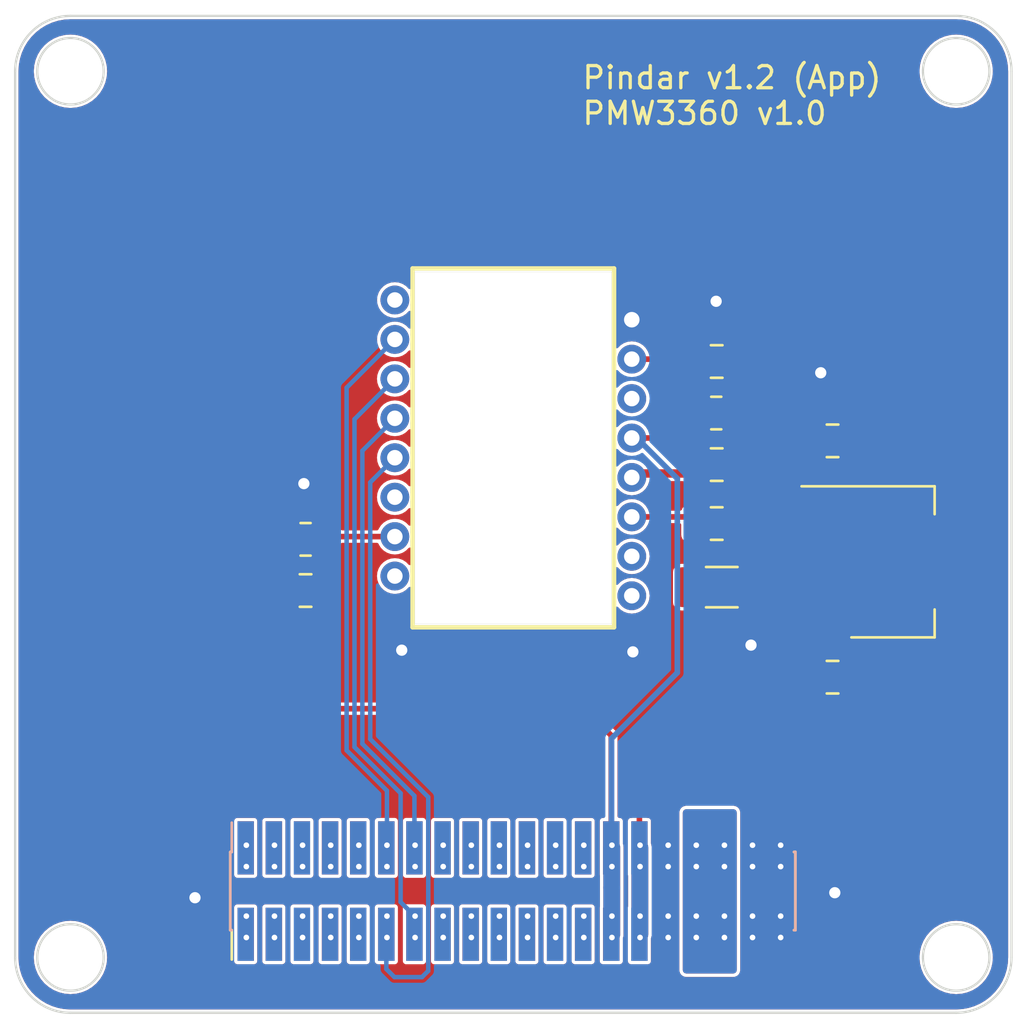
<source format=kicad_pcb>
(kicad_pcb (version 20221018) (generator pcbnew)
  (title_block (date "2023-06-14"))
  (layers (0 "F.Cu" signal) (31 "B.Cu" signal) (34 "B.Paste" user) (35 "F.Paste" user) (36 "B.SilkS" user "B.Silkscreen") (37 "F.SilkS" user "F.Silkscreen") (38 "B.Mask" user) (39 "F.Mask" user) (44 "Edge.Cuts" user))
  (net 0 "")
  (net 1 "+3.3V")
  (net 2 "+5V")
  (net 3 "/SPI_CS")
  (net 4 "/SPI_CLK")
  (net 5 "/SPI_MOSI")
  (net 6 "/SPI_MISO")
  (net 7 "/I2C_CLK")
  (net 8 "Net-(U1-~{RESET})")
  (net 9 "/UART1_Rx")
  (net 10 "/UART1_Tx")
  (net 11 "/UART2_Rx")
  (net 12 "/UART2_Tx")
  (net 13 "/GPIO_1")
  (net 14 "/GPIO_2")
  (net 15 "/GPIO_3")
  (net 16 "/ADC_1")
  (net 17 "/ADC_3")
  (net 18 "/ADC_4")
  (net 19 "/GPIO_4")
  (net 20 "/GPIO_5")
  (net 21 "/ADC_2")
  (net 22 "/I2C_SDA")
  (net 23 "/GPIO_6")
  (net 24 "/GPIO_7")
  (net 25 "/GPIO_8")
  (net 26 "/GPIO_9")
  (net 27 "/GPIO_10")
  (net 28 "GND")
  (net 29 "/+BATT")
  (net 30 "/GPIO_11")
  (net 31 "Net-(U1-VDDPIX)")
  (net 32 "+1V8")
  (net 33 "/LED")
  (net 34 "/GPIO_12")
  (footprint "Capacitor_SMD:C_0805_2012Metric" (layer "F.Cu") (at 87.637 62.5708)
    (fp_text reference "C5" hide)
    (fp_text value "0.1uF")
    (fp_line (start -0.261252 -0.735) (end 0.261252 -0.735) (stroke (width 0.12)) (layer "F.SilkS"))
    (fp_line (start -0.261252 0.735) (end 0.261252 0.735) (stroke (width 0.12)) (layer "F.SilkS"))
    (pad "1" smd roundrect (at -0.95 0) (size 1 1.45) (layers "F.Cu" "F.Paste" "F.Mask") (net 2 "+5V"))
    (pad "2" smd roundrect (at 0.95 0) (size 1 1.45) (layers "F.Cu" "F.Paste" "F.Mask") (net 28 "GND"))
  )
  (footprint "Capacitor_SMD:C_0805_2012Metric" (layer "F.Cu") (at 82.4046 48.3214 180)
    (fp_text reference "C2" hide)
    (fp_text value "0.1uF")
    (fp_line (start -0.261252 -0.735) (end 0.261252 -0.735) (stroke (width 0.12)) (layer "F.SilkS"))
    (fp_line (start -0.261252 0.735) (end 0.261252 0.735) (stroke (width 0.12)) (layer "F.SilkS"))
    (pad "1" smd roundrect (at -0.95 0 180) (size 1 1.45) (layers "F.Cu" "F.Paste" "F.Mask") (net 28 "GND"))
    (pad "2" smd roundrect (at 0.95 0 180) (size 1 1.45) (layers "F.Cu" "F.Paste" "F.Mask") (net 8 "Net-(U1-~{RESET})"))
  )
  (footprint "Capacitor_SMD:C_0805_2012Metric" (layer "F.Cu") (at 63.8372 58.6592)
    (fp_text reference "C4" hide)
    (fp_text value "0.1uF")
    (fp_line (start -0.261252 -0.735) (end 0.261252 -0.735) (stroke (width 0.12)) (layer "F.SilkS"))
    (fp_line (start -0.261252 0.735) (end 0.261252 0.735) (stroke (width 0.12)) (layer "F.SilkS"))
    (pad "1" smd roundrect (at -0.95 0) (size 1 1.45) (layers "F.Cu" "F.Paste" "F.Mask") (net 1 "+3.3V"))
    (pad "2" smd roundrect (at 0.95 0) (size 1 1.45) (layers "F.Cu" "F.Paste" "F.Mask") (net 28 "GND"))
  )
  (footprint "Capacitor_SMD:C_0805_2012Metric" (layer "F.Cu") (at 82.4046 52.975)
    (fp_text reference "C3" hide)
    (fp_text value "0.1uF")
    (fp_line (start -0.261252 -0.735) (end 0.261252 -0.735) (stroke (width 0.12)) (layer "F.SilkS"))
    (fp_line (start -0.261252 0.735) (end 0.261252 0.735) (stroke (width 0.12)) (layer "F.SilkS"))
    (pad "1" smd roundrect (at -0.95 0) (size 1 1.45) (layers "F.Cu" "F.Paste" "F.Mask") (net 32 "+1V8"))
    (pad "2" smd roundrect (at 0.95 0) (size 1 1.45) (layers "F.Cu" "F.Paste" "F.Mask") (net 28 "GND"))
  )
  (footprint "Capacitor_SMD:C_0805_2012Metric" (layer "F.Cu") (at 87.637 51.9028 180)
    (fp_text reference "C6" hide)
    (fp_text value "0.1uF")
    (fp_line (start -0.261252 -0.735) (end 0.261252 -0.735) (stroke (width 0.12)) (layer "F.SilkS"))
    (fp_line (start -0.261252 0.735) (end 0.261252 0.735) (stroke (width 0.12)) (layer "F.SilkS"))
    (pad "1" smd roundrect (at -0.95 0 180) (size 1 1.45) (layers "F.Cu" "F.Paste" "F.Mask") (net 32 "+1V8"))
    (pad "2" smd roundrect (at 0.95 0 180) (size 1 1.45) (layers "F.Cu" "F.Paste" "F.Mask") (net 28 "GND"))
  )
  (footprint "Capacitor_SMD:C_0805_2012Metric" (layer "F.Cu") (at 82.4046 55.6366)
    (fp_text reference "C1" hide)
    (fp_text value "0.1uF")
    (fp_line (start -0.261252 -0.735) (end 0.261252 -0.735) (stroke (width 0.12)) (layer "F.SilkS"))
    (fp_line (start -0.261252 0.735) (end 0.261252 0.735) (stroke (width 0.12)) (layer "F.SilkS"))
    (pad "1" smd roundrect (at -0.95 0) (size 1 1.45) (layers "F.Cu" "F.Paste" "F.Mask") (net 31 "Net-(U1-VDDPIX)"))
    (pad "2" smd roundrect (at 0.95 0) (size 1 1.45) (layers "F.Cu" "F.Paste" "F.Mask") (net 28 "GND"))
  )
  (footprint "Resistor_SMD:R_0805_2012Metric" (layer "F.Cu") (at 63.8391 56.3478)
    (fp_text reference "R3" hide)
    (fp_text value "10k")
    (fp_line (start -0.227064 -0.735) (end 0.227064 -0.735) (stroke (width 0.12)) (layer "F.SilkS"))
    (fp_line (start -0.227064 0.735) (end 0.227064 0.735) (stroke (width 0.12)) (layer "F.SilkS"))
    (pad "1" smd roundrect (at -0.9125 0) (size 1.025 1.4) (layers "F.Cu" "F.Paste" "F.Mask") (roundrect_rratio 0.243902439) (net 1 "+3.3V"))
    (pad "2" smd roundrect (at 0.9125 0) (size 1.025 1.4) (layers "F.Cu" "F.Paste" "F.Mask") (roundrect_rratio 0.243902439) (net 33 "/LED"))
  )
  (footprint "PMW3360:PMW3360DM" (layer "F.Cu") (at 73.22 52.22 180)
    (fp_text reference "U1" hide)
    (fp_text value "PMW3360DM-T2QU" hide)
    (fp_line (start -4.55 -8.1) (end -4.55 8.1) (stroke (width 0.2)) (layer "F.SilkS"))
    (fp_line (start -4.55 8.1) (end 4.55 8.1) (stroke (width 0.2)) (layer "F.SilkS"))
    (fp_line (start 4.55 -8.1) (end -4.55 -8.1) (stroke (width 0.2)) (layer "F.SilkS"))
    (fp_line (start 4.55 8.1) (end 4.55 -8.1) (stroke (width 0.2)) (layer "F.SilkS"))
    (fp_line (start -4.445 -7.9375) (end 4.445 -7.9375) (stroke (width 0.01)) (layer "Edge.Cuts"))
    (fp_line (start -4.445 7.9375) (end -4.445 -7.9375) (stroke (width 0.01)) (layer "Edge.Cuts"))
    (fp_line (start 4.445 -7.9375) (end 4.445 7.9375) (stroke (width 0.01)) (layer "Edge.Cuts"))
    (fp_line (start 4.445 7.9375) (end -4.445 7.9375) (stroke (width 0.01)) (layer "Edge.Cuts"))
    (pad "1" thru_hole circle (at -5.35 -6.675 180) (size 1.3 1.3) (drill 0.7) (layers "*.Cu" "*.Mask"))
    (pad "2" thru_hole circle (at -5.35 -4.895 180) (size 1.3 1.3) (drill 0.7) (layers "*.Cu" "*.Mask"))
    (pad "3" thru_hole circle (at -5.35 -3.115 180) (size 1.3 1.3) (drill 0.7) (layers "*.Cu" "*.Mask") (net 31 "Net-(U1-VDDPIX)"))
    (pad "4" thru_hole circle (at -5.35 -1.335 180) (size 1.3 1.3) (drill 0.7) (layers "*.Cu" "*.Mask") (net 32 "+1V8"))
    (pad "5" thru_hole circle (at -5.35 0.445 180) (size 1.3 1.3) (drill 0.7) (layers "*.Cu" "*.Mask") (net 1 "+3.3V"))
    (pad "6" thru_hole circle (at -5.35 2.225 180) (size 1.3 1.3) (drill 0.7) (layers "*.Cu" "*.Mask"))
    (pad "7" thru_hole circle (at -5.35 4.005 180) (size 1.3 1.3) (drill 0.7) (layers "*.Cu" "*.Mask") (net 8 "Net-(U1-~{RESET})"))
    (pad "8" thru_hole circle (at -5.35 5.785 180) (size 1.3 1.3) (drill 0.7) (layers "*.Cu" "*.Mask") (net 28 "GND"))
    (pad "9" thru_hole circle (at 5.35 6.675 180) (size 1.3 1.3) (drill 0.7) (layers "*.Cu" "*.Mask"))
    (pad "10" thru_hole circle (at 5.35 4.895 180) (size 1.3 1.3) (drill 0.7) (layers "*.Cu" "*.Mask") (net 4 "/SPI_CLK"))
    (pad "11" thru_hole circle (at 5.35 3.115 180) (size 1.3 1.3) (drill 0.7) (layers "*.Cu" "*.Mask") (net 5 "/SPI_MOSI"))
    (pad "12" thru_hole circle (at 5.35 1.335 180) (size 1.3 1.3) (drill 0.7) (layers "*.Cu" "*.Mask") (net 6 "/SPI_MISO"))
    (pad "13" thru_hole circle (at 5.35 -0.445 180) (size 1.3 1.3) (drill 0.7) (layers "*.Cu" "*.Mask") (net 3 "/SPI_CS"))
    (pad "14" thru_hole circle (at 5.35 -2.225 180) (size 1.3 1.3) (drill 0.7) (layers "*.Cu" "*.Mask"))
    (pad "15" thru_hole circle (at 5.35 -4.005 180) (size 1.3 1.3) (drill 0.7) (layers "*.Cu" "*.Mask") (net 33 "/LED"))
    (pad "16" thru_hole circle (at 5.35 -5.785 180) (size 1.3 1.3) (drill 0.7) (layers "*.Cu" "*.Mask"))
    (zone (net 0) (net_name "") (layer "F.Cu") (connect_pads (clearance 0)) (min_thickness 0.127)
      (keepout (tracks not_allowed) (vias not_allowed) (pads not_allowed) (copperpour not_allowed) (footprints allowed))
      (fill (thermal_gap 0.508) (thermal_bridge_width 0.508))
      (polygon (pts (xy 77.665 60.1575) (xy 68.775 60.1575) (xy 68.775 44.2825) (xy 77.665 44.2825)))
    )
    (zone (net 0) (net_name "") (layer "B.Cu") (connect_pads (clearance 0)) (min_thickness 0.127)
      (keepout (tracks not_allowed) (vias not_allowed) (pads not_allowed) (copperpour not_allowed) (footprints allowed))
      (fill (thermal_gap 0.508) (thermal_bridge_width 0.508))
      (polygon (pts (xy 77.665 60.1575) (xy 68.775 60.1575) (xy 68.775 44.2825) (xy 77.665 44.2825)))
    )
  )
  (footprint "Connector_PinHeader_1.27mm:PinHeader_2x20_P1.27mm_Vertical_SMD" (layer "F.Cu") (at 73.1996 72.2256 90)
    (fp_text reference "J1" hide)
    (fp_text value "TOP")
    (fp_line (start -3.09 -12.695) (end -1.765 -12.695) (stroke (width 0.12)) (layer "F.SilkS"))
    (fp_line (start -1.765 -12.76) (end -1.765 -12.695) (stroke (width 0.12)) (layer "F.SilkS"))
    (fp_line (start -1.765 -12.76) (end 1.765 -12.76) (stroke (width 0.12)) (layer "F.SilkS"))
    (fp_line (start -1.765 12.695) (end -1.765 12.76) (stroke (width 0.12)) (layer "F.SilkS"))
    (fp_line (start -1.765 12.76) (end 1.765 12.76) (stroke (width 0.12)) (layer "F.SilkS"))
    (fp_line (start 1.765 -12.76) (end 1.765 -12.695) (stroke (width 0.12)) (layer "F.SilkS"))
    (fp_line (start 1.765 12.695) (end 1.765 12.76) (stroke (width 0.12)) (layer "F.SilkS"))
    (pad "1" smd rect (at -1.95 -12.065 90) (size 2.4 0.74) (layers "F.Cu" "F.Paste" "F.Mask") (net 16 "/ADC_1"))
    (pad "2" smd rect (at 1.95 -12.065 90) (size 2.4 0.74) (layers "F.Cu" "F.Paste" "F.Mask") (net 21 "/ADC_2"))
    (pad "3" smd rect (at -1.95 -10.795 90) (size 2.4 0.74) (layers "F.Cu" "F.Paste" "F.Mask") (net 17 "/ADC_3"))
    (pad "4" smd rect (at 1.95 -10.795 90) (size 2.4 0.74) (layers "F.Cu" "F.Paste" "F.Mask") (net 18 "/ADC_4"))
    (pad "5" smd rect (at -1.95 -9.525 90) (size 2.4 0.74) (layers "F.Cu" "F.Paste" "F.Mask") (net 9 "/UART1_Rx"))
    (pad "6" smd rect (at 1.95 -9.525 90) (size 2.4 0.74) (layers "F.Cu" "F.Paste" "F.Mask") (net 10 "/UART1_Tx"))
    (pad "7" smd rect (at -1.95 -8.255 90) (size 2.4 0.74) (layers "F.Cu" "F.Paste" "F.Mask") (net 11 "/UART2_Rx"))
    (pad "8" smd rect (at 1.95 -8.255 90) (size 2.4 0.74) (layers "F.Cu" "F.Paste" "F.Mask") (net 12 "/UART2_Tx"))
    (pad "9" smd rect (at -1.95 -6.985 90) (size 2.4 0.74) (layers "F.Cu" "F.Paste" "F.Mask") (net 22 "/I2C_SDA"))
    (pad "10" smd rect (at 1.95 -6.985 90) (size 2.4 0.74) (layers "F.Cu" "F.Paste" "F.Mask") (net 7 "/I2C_CLK"))
    (pad "11" smd rect (at -1.95 -5.715 90) (size 2.4 0.74) (layers "F.Cu" "F.Paste" "F.Mask") (net 3 "/SPI_CS"))
    (pad "12" smd rect (at 1.95 -5.715 90) (size 2.4 0.74) (layers "F.Cu" "F.Paste" "F.Mask") (net 4 "/SPI_CLK"))
    (pad "13" smd rect (at -1.95 -4.445 90) (size 2.4 0.74) (layers "F.Cu" "F.Paste" "F.Mask") (net 5 "/SPI_MOSI"))
    (pad "14" smd rect (at 1.95 -4.445 90) (size 2.4 0.74) (layers "F.Cu" "F.Paste" "F.Mask") (net 6 "/SPI_MISO"))
    (pad "15" smd rect (at -1.95 -3.175 90) (size 2.4 0.74) (layers "F.Cu" "F.Paste" "F.Mask") (net 13 "/GPIO_1"))
    (pad "16" smd rect (at 1.95 -3.175 90) (size 2.4 0.74) (layers "F.Cu" "F.Paste" "F.Mask") (net 14 "/GPIO_2"))
    (pad "17" smd rect (at -1.95 -1.905 90) (size 2.4 0.74) (layers "F.Cu" "F.Paste" "F.Mask") (net 15 "/GPIO_3"))
    (pad "18" smd rect (at 1.95 -1.905 90) (size 2.4 0.74) (layers "F.Cu" "F.Paste" "F.Mask") (net 19 "/GPIO_4"))
    (pad "19" smd rect (at -1.95 -0.635 90) (size 2.4 0.74) (layers "F.Cu" "F.Paste" "F.Mask") (net 20 "/GPIO_5"))
    (pad "20" smd rect (at 1.95 -0.635 90) (size 2.4 0.74) (layers "F.Cu" "F.Paste" "F.Mask") (net 23 "/GPIO_6"))
    (pad "21" smd rect (at -1.95 0.635 90) (size 2.4 0.74) (layers "F.Cu" "F.Paste" "F.Mask") (net 24 "/GPIO_7"))
    (pad "22" smd rect (at 1.95 0.635 90) (size 2.4 0.74) (layers "F.Cu" "F.Paste" "F.Mask") (net 25 "/GPIO_8"))
    (pad "23" smd rect (at -1.95 1.905 90) (size 2.4 0.74) (layers "F.Cu" "F.Paste" "F.Mask") (net 26 "/GPIO_9"))
    (pad "24" smd rect (at 1.95 1.905 90) (size 2.4 0.74) (layers "F.Cu" "F.Paste" "F.Mask") (net 27 "/GPIO_10"))
    (pad "25" smd rect (at -1.95 3.175 90) (size 2.4 0.74) (layers "F.Cu" "F.Paste" "F.Mask") (net 30 "/GPIO_11"))
    (pad "26" smd rect (at 1.95 3.175 90) (size 2.4 0.74) (layers "F.Cu" "F.Paste" "F.Mask") (net 34 "/GPIO_12"))
    (pad "27" smd rect (at -1.95 4.445 90) (size 2.4 0.74) (layers "F.Cu" "F.Paste" "F.Mask") (net 1 "+3.3V"))
    (pad "28" smd rect (at 1.95 4.445 90) (size 2.4 0.74) (layers "F.Cu" "F.Paste" "F.Mask") (net 1 "+3.3V"))
    (pad "29" smd rect (at -1.95 5.715 90) (size 2.4 0.74) (layers "F.Cu" "F.Paste" "F.Mask") (net 2 "+5V"))
    (pad "30" smd rect (at 1.95 5.715 90) (size 2.4 0.74) (layers "F.Cu" "F.Paste" "F.Mask") (net 2 "+5V"))
    (pad "31" smd rect (at -1.95 6.985 90) (size 2.4 0.74) (layers "F.Cu" "F.Paste" "F.Mask") (net 28 "GND"))
    (pad "32" smd rect (at 1.95 6.985 90) (size 2.4 0.74) (layers "F.Cu" "F.Paste" "F.Mask") (net 28 "GND"))
    (pad "33" smd rect (at -1.95 8.255 90) (size 2.4 0.74) (layers "F.Cu" "F.Paste" "F.Mask") (net 29 "/+BATT"))
    (pad "34" smd rect (at 1.95 8.255 90) (size 2.4 0.74) (layers "F.Cu" "F.Paste" "F.Mask") (net 29 "/+BATT"))
    (pad "35" smd rect (at -1.95 9.525 90) (size 2.4 0.74) (layers "F.Cu" "F.Paste" "F.Mask") (net 29 "/+BATT"))
    (pad "36" smd rect (at 1.95 9.525 90) (size 2.4 0.74) (layers "F.Cu" "F.Paste" "F.Mask") (net 29 "/+BATT"))
    (pad "37" smd rect (at -1.95 10.795 90) (size 2.4 0.74) (layers "F.Cu" "F.Paste" "F.Mask") (net 28 "GND"))
    (pad "38" smd rect (at 1.95 10.795 90) (size 2.4 0.74) (layers "F.Cu" "F.Paste" "F.Mask") (net 28 "GND"))
    (pad "39" smd rect (at -1.95 12.065 90) (size 2.4 0.74) (layers "F.Cu" "F.Paste" "F.Mask") (net 28 "GND"))
    (pad "40" smd rect (at 1.95 12.065 90) (size 2.4 0.74) (layers "F.Cu" "F.Paste" "F.Mask") (net 28 "GND"))
  )
  (footprint "Resistor_SMD:R_0805_2012Metric" (layer "F.Cu") (at 82.3846 50.6482)
    (fp_text reference "R1" hide)
    (fp_text value "10k")
    (fp_line (start -0.227064 -0.735) (end 0.227064 -0.735) (stroke (width 0.12)) (layer "F.SilkS"))
    (fp_line (start -0.227064 0.735) (end 0.227064 0.735) (stroke (width 0.12)) (layer "F.SilkS"))
    (pad "1" smd roundrect (at -0.9125 0) (size 1.025 1.4) (layers "F.Cu" "F.Paste" "F.Mask") (roundrect_rratio 0.243902439) (net 8 "Net-(U1-~{RESET})"))
    (pad "2" smd roundrect (at 0.9125 0) (size 1.025 1.4) (layers "F.Cu" "F.Paste" "F.Mask") (roundrect_rratio 0.243902439) (net 1 "+3.3V"))
  )
  (footprint "Package_TO_SOT_SMD:SOT-223-3_TabPin2" (layer "F.Cu") (at 90.337 57.3638)
    (fp_text reference "U2" hide)
    (fp_text value "AMS1117-1.8")
    (fp_line (start -4.1 -3.41) (end 1.91 -3.41) (stroke (width 0.12)) (layer "F.SilkS"))
    (fp_line (start -1.85 3.41) (end 1.91 3.41) (stroke (width 0.12)) (layer "F.SilkS"))
    (fp_line (start 1.91 -3.41) (end 1.91 -2.15) (stroke (width 0.12)) (layer "F.SilkS"))
    (fp_line (start 1.91 3.41) (end 1.91 2.15) (stroke (width 0.12)) (layer "F.SilkS"))
    (pad "1" smd rect (at -3.15 -2.3) (size 2 1.5) (layers "F.Cu" "F.Paste" "F.Mask") (net 28 "GND"))
    (pad "2" smd rect (at -3.15 0) (size 2 1.5) (layers "F.Cu" "F.Paste" "F.Mask") (net 32 "+1V8"))
    (pad "2" smd rect (at 3.15 0) (size 2 3.8) (layers "F.Cu" "F.Paste" "F.Mask") (net 32 "+1V8"))
    (pad "3" smd rect (at -3.15 2.3) (size 2 1.5) (layers "F.Cu" "F.Paste" "F.Mask") (net 2 "+5V"))
  )
  (footprint "Capacitor_SMD:C_1206_3216Metric" (layer "F.Cu") (at 82.635 58.5068)
    (fp_text reference "C7" hide)
    (fp_text value "4.7uF")
    (fp_line (start -0.711252 -0.91) (end 0.711252 -0.91) (stroke (width 0.12)) (layer "F.SilkS"))
    (fp_line (start -0.711252 0.91) (end 0.711252 0.91) (stroke (width 0.12)) (layer "F.SilkS"))
    (pad "1" smd roundrect (at -1.475 0) (size 1.15 1.8) (layers "F.Cu" "F.Paste" "F.Mask") (roundrect_rratio 0.2173913043) (net 31 "Net-(U1-VDDPIX)"))
    (pad "2" smd roundrect (at 1.475 0) (size 1.15 1.8) (layers "F.Cu" "F.Paste" "F.Mask") (roundrect_rratio 0.2173913043) (net 28 "GND"))
  )
  (footprint "Connector_PinHeader_1.27mm:PinHeader_2x20_P1.27mm_Vertical_SMD" (layer "B.Cu") (at 73.1996 72.2256 -90)
    (fp_text reference "J2" hide)
    (fp_text value "BUTTOM")
    (fp_line (start -3.09 12.695) (end -1.765 12.695) (stroke (width 0.12)) (layer "B.SilkS"))
    (fp_line (start -1.765 -12.76) (end 1.765 -12.76) (stroke (width 0.12)) (layer "B.SilkS"))
    (fp_line (start -1.765 -12.695) (end -1.765 -12.76) (stroke (width 0.12)) (layer "B.SilkS"))
    (fp_line (start -1.765 12.76) (end -1.765 12.695) (stroke (width 0.12)) (layer "B.SilkS"))
    (fp_line (start -1.765 12.76) (end 1.765 12.76) (stroke (width 0.12)) (layer "B.SilkS"))
    (fp_line (start 1.765 -12.695) (end 1.765 -12.76) (stroke (width 0.12)) (layer "B.SilkS"))
    (fp_line (start 1.765 12.76) (end 1.765 12.695) (stroke (width 0.12)) (layer "B.SilkS"))
    (pad "1" smd rect (at -1.95 12.065 270) (size 2.4 0.74) (layers "B.Cu" "B.Paste" "B.Mask") (net 21 "/ADC_2"))
    (pad "2" smd rect (at 1.95 12.065 270) (size 2.4 0.74) (layers "B.Cu" "B.Paste" "B.Mask") (net 16 "/ADC_1"))
    (pad "3" smd rect (at -1.95 10.795 270) (size 2.4 0.74) (layers "B.Cu" "B.Paste" "B.Mask") (net 18 "/ADC_4"))
    (pad "4" smd rect (at 1.95 10.795 270) (size 2.4 0.74) (layers "B.Cu" "B.Paste" "B.Mask") (net 17 "/ADC_3"))
    (pad "5" smd rect (at -1.95 9.525 270) (size 2.4 0.74) (layers "B.Cu" "B.Paste" "B.Mask") (net 10 "/UART1_Tx"))
    (pad "6" smd rect (at 1.95 9.525 270) (size 2.4 0.74) (layers "B.Cu" "B.Paste" "B.Mask") (net 9 "/UART1_Rx"))
    (pad "7" smd rect (at -1.95 8.255 270) (size 2.4 0.74) (layers "B.Cu" "B.Paste" "B.Mask") (net 12 "/UART2_Tx"))
    (pad "8" smd rect (at 1.95 8.255 270) (size 2.4 0.74) (layers "B.Cu" "B.Paste" "B.Mask") (net 11 "/UART2_Rx"))
    (pad "9" smd rect (at -1.95 6.985 270) (size 2.4 0.74) (layers "B.Cu" "B.Paste" "B.Mask") (net 7 "/I2C_CLK"))
    (pad "10" smd rect (at 1.95 6.985 270) (size 2.4 0.74) (layers "B.Cu" "B.Paste" "B.Mask") (net 22 "/I2C_SDA"))
    (pad "11" smd rect (at -1.95 5.715 270) (size 2.4 0.74) (layers "B.Cu" "B.Paste" "B.Mask") (net 4 "/SPI_CLK"))
    (pad "12" smd rect (at 1.95 5.715 270) (size 2.4 0.74) (layers "B.Cu" "B.Paste" "B.Mask") (net 3 "/SPI_CS"))
    (pad "13" smd rect (at -1.95 4.445 270) (size 2.4 0.74) (layers "B.Cu" "B.Paste" "B.Mask") (net 6 "/SPI_MISO"))
    (pad "14" smd rect (at 1.95 4.445 270) (size 2.4 0.74) (layers "B.Cu" "B.Paste" "B.Mask") (net 5 "/SPI_MOSI"))
    (pad "15" smd rect (at -1.95 3.175 270) (size 2.4 0.74) (layers "B.Cu" "B.Paste" "B.Mask") (net 14 "/GPIO_2"))
    (pad "16" smd rect (at 1.95 3.175 270) (size 2.4 0.74) (layers "B.Cu" "B.Paste" "B.Mask") (net 13 "/GPIO_1"))
    (pad "17" smd rect (at -1.95 1.905 270) (size 2.4 0.74) (layers "B.Cu" "B.Paste" "B.Mask") (net 19 "/GPIO_4"))
    (pad "18" smd rect (at 1.95 1.905 270) (size 2.4 0.74) (layers "B.Cu" "B.Paste" "B.Mask") (net 15 "/GPIO_3"))
    (pad "19" smd rect (at -1.95 0.635 270) (size 2.4 0.74) (layers "B.Cu" "B.Paste" "B.Mask") (net 23 "/GPIO_6"))
    (pad "20" smd rect (at 1.95 0.635 270) (size 2.4 0.74) (layers "B.Cu" "B.Paste" "B.Mask") (net 20 "/GPIO_5"))
    (pad "21" smd rect (at -1.95 -0.635 270) (size 2.4 0.74) (layers "B.Cu" "B.Paste" "B.Mask") (net 25 "/GPIO_8"))
    (pad "22" smd rect (at 1.95 -0.635 270) (size 2.4 0.74) (layers "B.Cu" "B.Paste" "B.Mask") (net 24 "/GPIO_7"))
    (pad "23" smd rect (at -1.95 -1.905 270) (size 2.4 0.74) (layers "B.Cu" "B.Paste" "B.Mask") (net 27 "/GPIO_10"))
    (pad "24" smd rect (at 1.95 -1.905 270) (size 2.4 0.74) (layers "B.Cu" "B.Paste" "B.Mask") (net 26 "/GPIO_9"))
    (pad "25" smd rect (at -1.95 -3.175 270) (size 2.4 0.74) (layers "B.Cu" "B.Paste" "B.Mask") (net 34 "/GPIO_12"))
    (pad "26" smd rect (at 1.95 -3.175 270) (size 2.4 0.74) (layers "B.Cu" "B.Paste" "B.Mask") (net 30 "/GPIO_11"))
    (pad "27" smd rect (at -1.95 -4.445 270) (size 2.4 0.74) (layers "B.Cu" "B.Paste" "B.Mask") (net 1 "+3.3V"))
    (pad "28" smd rect (at 1.95 -4.445 270) (size 2.4 0.74) (layers "B.Cu" "B.Paste" "B.Mask") (net 1 "+3.3V"))
    (pad "29" smd rect (at -1.95 -5.715 270) (size 2.4 0.74) (layers "B.Cu" "B.Paste" "B.Mask") (net 2 "+5V"))
    (pad "30" smd rect (at 1.95 -5.715 270) (size 2.4 0.74) (layers "B.Cu" "B.Paste" "B.Mask") (net 2 "+5V"))
    (pad "31" smd rect (at -1.95 -6.985 270) (size 2.4 0.74) (layers "B.Cu" "B.Paste" "B.Mask") (net 28 "GND"))
    (pad "32" smd rect (at 1.95 -6.985 270) (size 2.4 0.74) (layers "B.Cu" "B.Paste" "B.Mask") (net 28 "GND"))
    (pad "33" smd rect (at -1.95 -8.255 270) (size 2.4 0.74) (layers "B.Cu" "B.Paste" "B.Mask") (net 29 "/+BATT"))
    (pad "34" smd rect (at 1.95 -8.255 270) (size 2.4 0.74) (layers "B.Cu" "B.Paste" "B.Mask") (net 29 "/+BATT"))
    (pad "35" smd rect (at -1.95 -9.525 270) (size 2.4 0.74) (layers "B.Cu" "B.Paste" "B.Mask") (net 29 "/+BATT"))
    (pad "36" smd rect (at 1.95 -9.525 270) (size 2.4 0.74) (layers "B.Cu" "B.Paste" "B.Mask") (net 29 "/+BATT"))
    (pad "37" smd rect (at -1.95 -10.795 270) (size 2.4 0.74) (layers "B.Cu" "B.Paste" "B.Mask") (net 28 "GND"))
    (pad "38" smd rect (at 1.95 -10.795 270) (size 2.4 0.74) (layers "B.Cu" "B.Paste" "B.Mask") (net 28 "GND"))
    (pad "39" smd rect (at -1.95 -12.065 270) (size 2.4 0.74) (layers "B.Cu" "B.Paste" "B.Mask") (net 28 "GND"))
    (pad "40" smd rect (at 1.95 -12.065 270) (size 2.4 0.74) (layers "B.Cu" "B.Paste" "B.Mask") (net 28 "GND"))
  )
  (gr_line locked (start 95.72 75.22) (end 95.72 35.22) (stroke (width 0.1)) (layer "Edge.Cuts"))
  (gr_arc locked (start 50.72 35.22) (mid 51.452233 33.452233) (end 53.22 32.72) (stroke (width 0.1)) (layer "Edge.Cuts"))
  (gr_circle locked (center 93.22 75.22) (end 91.72 75.22) (stroke (width 0.1)) (fill none) (layer "Edge.Cuts"))
  (gr_circle locked (center 53.22 35.22) (end 54.72 35.22) (stroke (width 0.1)) (fill none) (layer "Edge.Cuts"))
  (gr_line locked (start 93.22 32.72) (end 53.22 32.72) (stroke (width 0.1)) (layer "Edge.Cuts"))
  (gr_arc locked (start 93.22 32.72) (mid 94.987767 33.452233) (end 95.72 35.22) (stroke (width 0.1)) (layer "Edge.Cuts"))
  (gr_arc locked (start 95.72 75.22) (mid 94.987767 76.987767) (end 93.22 77.72) (stroke (width 0.1)) (layer "Edge.Cuts"))
  (gr_circle locked (center 93.22 35.22) (end 93.22 36.72) (stroke (width 0.1)) (fill none) (layer "Edge.Cuts"))
  (gr_line locked (start 53.22 77.72) (end 93.22 77.72) (stroke (width 0.1)) (layer "Edge.Cuts"))
  (gr_arc locked (start 53.22 77.72) (mid 51.452233 76.987767) (end 50.72 75.22) (stroke (width 0.1)) (layer "Edge.Cuts"))
  (gr_circle locked (center 53.22 75.22) (end 53.22 73.72) (stroke (width 0.1)) (fill none) (layer "Edge.Cuts"))
  (gr_line locked (start 50.72 35.22) (end 50.72 75.22) (stroke (width 0.1)) (layer "Edge.Cuts"))
  (gr_text "Pindar v1.2 (App)\nPMW3360 v1.0" (at 76.2578 37.7042) (layer "F.SilkS") (effects (font (size 1 1)) (justify left bottom)))
  (segment (start 77.6446 65.2022) (end 77.6446 70.2756) (width 0.254) (layer "F.Cu") (net 1))
  (segment (start 83.2971 51.1627) (end 82.6848 51.775) (width 0.254) (layer "F.Cu") (net 1))
  (segment (start 62.8872 58.6592) (end 62.8872 56.3872) (width 0.381) (layer "F.Cu") (net 1))
  (segment (start 62.8872 58.6592) (end 62.8872 61.7986) (width 0.254) (layer "F.Cu") (net 1))
  (segment (start 76.4356 63.9932) (end 77.6446 65.2022) (width 0.254) (layer "F.Cu") (net 1))
  (segment (start 82.6848 51.775) (end 78.57 51.775) (width 0.254) (layer "F.Cu") (net 1))
  (segment (start 83.2971 50.6482) (end 83.2971 51.1627) (width 0.254) (layer "F.Cu") (net 1))
  (segment (start 62.8872 61.7986) (end 65.0818 63.9932) (width 0.254) (layer "F.Cu") (net 1))
  (segment (start 65.0818 63.9932) (end 76.4356 63.9932) (width 0.254) (layer "F.Cu") (net 1))
  (segment (start 77.665 70.27) (end 77.665 74.17) (width 0.762) (layer "F.Cu") (net 1))
  (via (at 77.6732 74.3204) (size 0.508) (drill 0.254) (layers "F.Cu" "B.Cu") (net 1))
  (via (at 77.6732 71.12) (size 0.508) (drill 0.254) (layers "F.Cu" "B.Cu") (net 1))
  (via (at 77.6732 73.3552) (size 0.508) (drill 0.254) (layers "F.Cu" "B.Cu") (net 1))
  (via (at 77.6732 70.1548) (size 0.508) (drill 0.254) (layers "F.Cu" "B.Cu") (net 1))
  (segment (start 80.6266 62.3676) (end 77.6548 65.3394) (width 0.254) (layer "B.Cu") (net 1))
  (segment (start 78.797 51.775) (end 80.6266 53.6046) (width 0.254) (layer "B.Cu") (net 1))
  (segment (start 77.665 70.27) (end 77.665 72.0704) (width 0.762) (layer "B.Cu") (net 1))
  (segment (start 77.665 72.0704) (end 77.665 74.17) (width 0.762) (layer "B.Cu") (net 1))
  (segment (start 78.57 51.775) (end 78.797 51.775) (width 0.254) (layer "B.Cu") (net 1))
  (segment (start 77.6548 72.0602) (end 77.665 72.0704) (width 0.254) (layer "B.Cu") (net 1))
  (segment (start 80.6266 53.6046) (end 80.6266 62.3676) (width 0.254) (layer "B.Cu") (net 1))
  (segment (start 77.6548 65.3394) (end 77.6548 72.0602) (width 0.254) (layer "B.Cu") (net 1))
  (segment (start 86.621 62.5048) (end 86.687 62.5708) (width 0.254) (layer "F.Cu") (net 2))
  (segment (start 78.935 70.27) (end 78.935 74.17) (width 0.762) (layer "F.Cu") (net 2))
  (segment (start 78.9146 70.2756) (end 78.9146 67.5848) (width 0.254) (layer "F.Cu") (net 2))
  (segment (start 83.9286 62.5708) (end 86.687 62.5708) (width 0.254) (layer "F.Cu") (net 2))
  (segment (start 78.9146 67.5848) (end 83.9286 62.5708) (width 0.254) (layer "F.Cu") (net 2))
  (segment (start 86.621 60.2298) (end 86.621 62.5048) (width 0.254) (layer "F.Cu") (net 2))
  (segment (start 87.187 59.6638) (end 86.621 60.2298) (width 0.254) (layer "F.Cu") (net 2))
  (via (at 78.9432 73.3552) (size 0.508) (drill 0.254) (layers "F.Cu" "B.Cu") (net 2))
  (via (at 78.9432 71.12) (size 0.508) (drill 0.254) (layers "F.Cu" "B.Cu") (net 2))
  (via (at 78.9432 70.1548) (size 0.508) (drill 0.254) (layers "F.Cu" "B.Cu") (net 2))
  (via (at 78.9432 74.3204) (size 0.508) (drill 0.254) (layers "F.Cu" "B.Cu") (net 2))
  (segment (start 78.935 70.27) (end 78.935 74.17) (width 0.762) (layer "B.Cu") (net 2))
  (via (at 67.5132 74.3204) (size 0.508) (drill 0.254) (layers "F.Cu" "B.Cu") (net 3))
  (via (at 67.5132 73.3552) (size 0.508) (drill 0.254) (layers "F.Cu" "B.Cu") (net 3))
  (segment (start 69.3786 67.9852) (end 66.7582 65.3648) (width 0.2032) (layer "B.Cu") (net 3))
  (segment (start 67.4846 74.1756) (end 67.4846 75.7432) (width 0.2032) (layer "B.Cu") (net 3))
  (segment (start 67.8504 76.109) (end 69.095 76.109) (width 0.2032) (layer "B.Cu") (net 3))
  (segment (start 66.7582 65.3648) (end 66.7582 53.7768) (width 0.2032) (layer "B.Cu") (net 3))
  (segment (start 69.3786 75.8254) (end 69.3786 67.9852) (width 0.2032) (layer "B.Cu") (net 3))
  (segment (start 69.095 76.109) (end 69.3786 75.8254) (width 0.2032) (layer "B.Cu") (net 3))
  (segment (start 67.4846 75.7432) (end 67.8504 76.109) (width 0.2032) (layer "B.Cu") (net 3))
  (segment (start 66.7582 53.7768) (end 67.87 52.665) (width 0.2032) (layer "B.Cu") (net 3))
  (via (at 67.5132 71.12) (size 0.508) (drill 0.254) (layers "F.Cu" "B.Cu") (net 4))
  (via (at 67.5132 70.1548) (size 0.508) (drill 0.254) (layers "F.Cu" "B.Cu") (net 4))
  (segment (start 65.6914 49.5036) (end 65.6914 65.8728) (width 0.2032) (layer "B.Cu") (net 4))
  (segment (start 67.87 47.325) (end 65.6914 49.5036) (width 0.2032) (layer "B.Cu") (net 4))
  (segment (start 65.6914 65.8728) (end 67.5132 67.6946) (width 0.2032) (layer "B.Cu") (net 4))
  (segment (start 67.5132 67.6946) (end 67.5132 70.1548) (width 0.2032) (layer "B.Cu") (net 4))
  (via (at 68.7832 73.3552) (size 0.508) (drill 0.254) (layers "F.Cu" "B.Cu") (net 5))
  (via (at 68.7832 74.3204) (size 0.508) (drill 0.254) (layers "F.Cu" "B.Cu") (net 5))
  (segment (start 67.87 49.105) (end 66.047 50.928) (width 0.2032) (layer "B.Cu") (net 5))
  (segment (start 68.7546 73.3456) (end 68.7546 74.1756) (width 0.2032) (layer "B.Cu") (net 5))
  (segment (start 66.047 65.725506) (end 68.1306 67.809106) (width 0.2032) (layer "B.Cu") (net 5))
  (segment (start 68.1306 72.7216) (end 68.7546 73.3456) (width 0.2032) (layer "B.Cu") (net 5))
  (segment (start 68.1306 67.809106) (end 68.1306 72.7216) (width 0.2032) (layer "B.Cu") (net 5))
  (segment (start 66.047 50.928) (end 66.047 65.725506) (width 0.2032) (layer "B.Cu") (net 5))
  (via (at 68.7832 71.12) (size 0.508) (drill 0.254) (layers "F.Cu" "B.Cu") (net 6))
  (via (at 68.7832 70.1548) (size 0.508) (drill 0.254) (layers "F.Cu" "B.Cu") (net 6))
  (segment (start 66.4026 52.3524) (end 66.4026 65.578212) (width 0.2032) (layer "B.Cu") (net 6))
  (segment (start 66.4026 65.578212) (end 68.7546 67.930212) (width 0.2032) (layer "B.Cu") (net 6))
  (segment (start 67.87 50.885) (end 66.4026 52.3524) (width 0.2032) (layer "B.Cu") (net 6))
  (segment (start 68.7546 67.930212) (end 68.7546 70.2756) (width 0.2032) (layer "B.Cu") (net 6))
  (via (at 66.2432 71.12) (size 0.508) (drill 0.254) (layers "F.Cu" "B.Cu") (net 7))
  (via (at 66.2432 70.1548) (size 0.508) (drill 0.254) (layers "F.Cu" "B.Cu") (net 7))
  (segment (start 81.4721 48.3389) (end 81.4546 48.3214) (width 0.254) (layer "F.Cu") (net 8))
  (segment (start 81.3482 48.215) (end 78.57 48.215) (width 0.254) (layer "F.Cu") (net 8))
  (segment (start 81.4721 50.6482) (end 81.4721 48.3389) (width 0.254) (layer "F.Cu") (net 8))
  (segment (start 81.4546 48.3214) (end 81.3482 48.215) (width 0.254) (layer "F.Cu") (net 8))
  (via (at 63.7032 73.3552) (size 0.508) (drill 0.254) (layers "F.Cu" "B.Cu") (net 9))
  (via (at 63.7032 74.3204) (size 0.508) (drill 0.254) (layers "F.Cu" "B.Cu") (net 9))
  (via (at 63.7032 71.12) (size 0.508) (drill 0.254) (layers "F.Cu" "B.Cu") (net 10))
  (via (at 63.7032 70.1548) (size 0.508) (drill 0.254) (layers "F.Cu" "B.Cu") (net 10))
  (via (at 64.9732 74.3204) (size 0.508) (drill 0.254) (layers "F.Cu" "B.Cu") (net 11))
  (via (at 64.9732 73.3552) (size 0.508) (drill 0.254) (layers "F.Cu" "B.Cu") (net 11))
  (via (at 64.9732 71.12) (size 0.508) (drill 0.254) (layers "F.Cu" "B.Cu") (net 12))
  (via (at 64.9732 70.1548) (size 0.508) (drill 0.254) (layers "F.Cu" "B.Cu") (net 12))
  (via (at 70.0532 73.3552) (size 0.508) (drill 0.254) (layers "F.Cu" "B.Cu") (net 13))
  (via (at 70.0532 74.3204) (size 0.508) (drill 0.254) (layers "F.Cu" "B.Cu") (net 13))
  (via (at 70.0532 71.12) (size 0.508) (drill 0.254) (layers "F.Cu" "B.Cu") (net 14))
  (via (at 70.0532 70.1548) (size 0.508) (drill 0.254) (layers "F.Cu" "B.Cu") (net 14))
  (via (at 71.3232 74.3204) (size 0.508) (drill 0.254) (layers "F.Cu" "B.Cu") (net 15))
  (via (at 71.3232 73.3552) (size 0.508) (drill 0.254) (layers "F.Cu" "B.Cu") (net 15))
  (via (at 61.1632 73.3552) (size 0.508) (drill 0.254) (layers "F.Cu" "B.Cu") (net 16))
  (via (at 61.1632 74.3204) (size 0.508) (drill 0.254) (layers "F.Cu" "B.Cu") (net 16))
  (via (at 62.4332 74.3204) (size 0.508) (drill 0.254) (layers "F.Cu" "B.Cu") (net 17))
  (via (at 62.4332 73.3552) (size 0.508) (drill 0.254) (layers "F.Cu" "B.Cu") (net 17))
  (via (at 62.4332 71.12) (size 0.508) (drill 0.254) (layers "F.Cu" "B.Cu") (net 18))
  (via (at 62.4332 70.1548) (size 0.508) (drill 0.254) (layers "F.Cu" "B.Cu") (net 18))
  (via (at 71.3232 71.12) (size 0.508) (drill 0.254) (layers "F.Cu" "B.Cu") (net 19))
  (via (at 71.3232 70.1548) (size 0.508) (drill 0.254) (layers "F.Cu" "B.Cu") (net 19))
  (via (at 72.5932 74.3204) (size 0.508) (drill 0.254) (layers "F.Cu" "B.Cu") (net 20))
  (via (at 72.5932 73.3552) (size 0.508) (drill 0.254) (layers "F.Cu" "B.Cu") (net 20))
  (via (at 61.1632 70.1548) (size 0.508) (drill 0.254) (layers "F.Cu" "B.Cu") (net 21))
  (via (at 61.1632 71.12) (size 0.508) (drill 0.254) (layers "F.Cu" "B.Cu") (net 21))
  (via (at 66.2432 73.3552) (size 0.508) (drill 0.254) (layers "F.Cu" "B.Cu") (net 22))
  (via (at 66.2432 74.3204) (size 0.508) (drill 0.254) (layers "F.Cu" "B.Cu") (net 22))
  (via (at 72.5932 71.12) (size 0.508) (drill 0.254) (layers "F.Cu" "B.Cu") (net 23))
  (via (at 72.5932 70.1548) (size 0.508) (drill 0.254) (layers "F.Cu" "B.Cu") (net 23))
  (via (at 73.8632 74.3204) (size 0.508) (drill 0.254) (layers "F.Cu" "B.Cu") (net 24))
  (via (at 73.8632 73.3552) (size 0.508) (drill 0.254) (layers "F.Cu" "B.Cu") (net 24))
  (via (at 73.8632 71.12) (size 0.508) (drill 0.254) (layers "F.Cu" "B.Cu") (net 25))
  (via (at 73.8632 70.1548) (size 0.508) (drill 0.254) (layers "F.Cu" "B.Cu") (net 25))
  (via (at 75.1332 74.3204) (size 0.508) (drill 0.254) (layers "F.Cu" "B.Cu") (net 26))
  (via (at 75.1332 73.3552) (size 0.508) (drill 0.254) (layers "F.Cu" "B.Cu") (net 26))
  (via (at 75.1332 71.12) (size 0.508) (drill 0.254) (layers "F.Cu" "B.Cu") (net 27))
  (via (at 75.1332 70.1548) (size 0.508) (drill 0.254) (layers "F.Cu" "B.Cu") (net 27))
  (via (at 85.2932 73.3552) (size 0.508) (drill 0.254) (layers "F.Cu" "B.Cu") (net 28))
  (via (at 84.0232 70.1548) (size 0.508) (drill 0.254) (layers "F.Cu" "B.Cu") (net 28))
  (via (at 63.761 53.8332) (size 1.016) (drill 0.508) (layers "F.Cu" "B.Cu") (net 28))
  (via (at 87.7386 72.299) (size 1.016) (drill 0.508) (layers "F.Cu" "B.Cu") (net 28))
  (via (at 84.0232 73.3552) (size 0.508) (drill 0.254) (layers "F.Cu" "B.Cu") (net 28))
  (via (at 85.2932 70.1548) (size 0.508) (drill 0.254) (layers "F.Cu" "B.Cu") (net 28))
  (via (at 83.954 61.123) (size 1.016) (drill 0.508) (layers "F.Cu" "B.Cu") (net 28))
  (via (at 78.62 61.4278) (size 1.016) (drill 0.508) (layers "F.Cu" "B.Cu") (net 28))
  (via (at 58.8436 72.5248) (size 1.016) (drill 0.508) (layers "F.Cu" "B.Cu") (net 28))
  (via (at 85.2932 71.12) (size 0.508) (drill 0.254) (layers "F.Cu" "B.Cu") (net 28))
  (via (at 80.2132 74.3204) (size 0.508) (drill 0.254) (layers "F.Cu" "B.Cu") (net 28))
  (via (at 80.2132 73.3552) (size 0.508) (drill 0.254) (layers "F.Cu" "B.Cu") (net 28))
  (via (at 87.1036 48.8294) (size 1.016) (drill 0.508) (layers "F.Cu" "B.Cu") (net 28))
  (via (at 84.0232 71.12) (size 0.508) (drill 0.254) (layers "F.Cu" "B.Cu") (net 28))
  (via (at 80.2132 70.1548) (size 0.508) (drill 0.254) (layers "F.Cu" "B.Cu") (net 28))
  (via (at 82.3792 45.6036) (size 1.016) (drill 0.508) (layers "F.Cu" "B.Cu") (net 28))
  (via (at 68.1806 61.3516) (size 1.016) (drill 0.508) (layers "F.Cu" "B.Cu") (net 28))
  (via (at 85.2932 74.3204) (size 0.508) (drill 0.254) (layers "F.Cu" "B.Cu") (net 28))
  (via (at 80.2132 71.12) (size 0.508) (drill 0.254) (layers "F.Cu" "B.Cu") (net 28))
  (via (at 84.0232 74.3204) (size 0.508) (drill 0.254) (layers "F.Cu" "B.Cu") (net 28))
  (via (at 81.4832 71.12) (size 0.508) (drill 0.254) (layers "F.Cu" "B.Cu") (net 29))
  (via (at 81.4832 74.3204) (size 0.508) (drill 0.254) (layers "F.Cu" "B.Cu") (net 29))
  (via (at 81.4832 73.3552) (size 0.508) (drill 0.254) (layers "F.Cu" "B.Cu") (net 29))
  (via (at 82.7532 74.3204) (size 0.508) (drill 0.254) (layers "F.Cu" "B.Cu") (net 29))
  (via (at 82.7532 70.1548) (size 0.508) (drill 0.254) (layers "F.Cu" "B.Cu") (net 29))
  (via (at 82.7532 71.12) (size 0.508) (drill 0.254) (layers "F.Cu" "B.Cu") (net 29))
  (via (at 81.4832 70.1548) (size 0.508) (drill 0.254) (layers "F.Cu" "B.Cu") (net 29))
  (via (at 82.7532 73.3552) (size 0.508) (drill 0.254) (layers "F.Cu" "B.Cu") (net 29))
  (via (at 76.4032 74.3204) (size 0.508) (drill 0.254) (layers "F.Cu" "B.Cu") (net 30))
  (via (at 76.4032 73.3552) (size 0.508) (drill 0.254) (layers "F.Cu" "B.Cu") (net 30))
  (segment (start 81.4546 58.2122) (end 81.4546 55.6366) (width 0.2032) (layer "F.Cu") (net 31))
  (segment (start 81.4514 55.335) (end 78.57 55.335) (width 0.254) (layer "F.Cu") (net 31))
  (segment (start 81.16 58.5068) (end 81.4546 58.2122) (width 0.2032) (layer "F.Cu") (net 31))
  (segment (start 78.57 53.555) (end 78.749 53.376) (width 0.381) (layer "F.Cu") (net 32))
  (segment (start 85.224 53.4014) (end 84.5382 54.0872) (width 0.381) (layer "F.Cu") (net 32))
  (segment (start 88.2974 51.9028) (end 86.7988 53.4014) (width 0.381) (layer "F.Cu") (net 32))
  (segment (start 78.749 53.376) (end 81.0536 53.376) (width 0.381) (layer "F.Cu") (net 32))
  (segment (start 84.5382 54.0872) (end 82.8364 54.0872) (width 0.381) (layer "F.Cu") (net 32))
  (segment (start 87.3322 57.3638) (end 87.187 57.3638) (width 0.381) (layer "F.Cu") (net 32))
  (segment (start 82.8364 54.0872) (end 81.7242 52.975) (width 0.381) (layer "F.Cu") (net 32))
  (segment (start 88.6276 51.9434) (end 88.6276 56.0684) (width 0.381) (layer "F.Cu") (net 32))
  (segment (start 93.487 57.3638) (end 87.187 57.3638) (width 0.381) (layer "F.Cu") (net 32))
  (segment (start 81.0536 53.376) (end 81.4546 52.975) (width 0.381) (layer "F.Cu") (net 32))
  (segment (start 88.587 51.9028) (end 88.2974 51.9028) (width 0.381) (layer "F.Cu") (net 32))
  (segment (start 86.7988 53.4014) (end 85.224 53.4014) (width 0.381) (layer "F.Cu") (net 32))
  (segment (start 88.587 51.9028) (end 88.6276 51.9434) (width 0.381) (layer "F.Cu") (net 32))
  (segment (start 88.6276 56.0684) (end 87.3322 57.3638) (width 0.381) (layer "F.Cu") (net 32))
  (segment (start 81.7242 52.975) (end 81.4546 52.975) (width 0.381) (layer "F.Cu") (net 32))
  (segment (start 64.7516 56.3478) (end 64.8744 56.225) (width 0.254) (layer "F.Cu") (net 33))
  (segment (start 64.8744 56.225) (end 67.87 56.225) (width 0.254) (layer "F.Cu") (net 33))
  (via (at 76.4032 71.12) (size 0.508) (drill 0.254) (layers "F.Cu" "B.Cu") (net 34))
  (via (at 76.4032 70.1548) (size 0.508) (drill 0.254) (layers "F.Cu" "B.Cu") (net 34))
  (zone (net 29) (net_name "/+BATT") (layers "F&B.Cu") (name "batt") (priority 1) (connect_pads yes (clearance 0.1524)) (min_thickness 0.1524) (fill yes (thermal_gap 0.1524) (thermal_bridge_width 0.1524) (smoothing fillet) (radius 0.1524))
    (polygon (pts (xy 80.8736 68.5292) (xy 80.8736 75.946) (xy 83.312 75.946) (xy 83.312 68.5292)))
  )
  (zone (net 28) (net_name "GND") (layers "F&B.Cu") (name "gnd") (connect_pads yes (clearance 0.1524)) (min_thickness 0.1524) (fill yes (thermal_gap 0.1524) (thermal_bridge_width 0.1524) (smoothing fillet) (radius 0.1524))
    (polygon (pts (xy 50.038 32.004) (xy 96.012 32.004) (xy 96.012 78.232) (xy 50.038 78.232)))
  )
)
</source>
